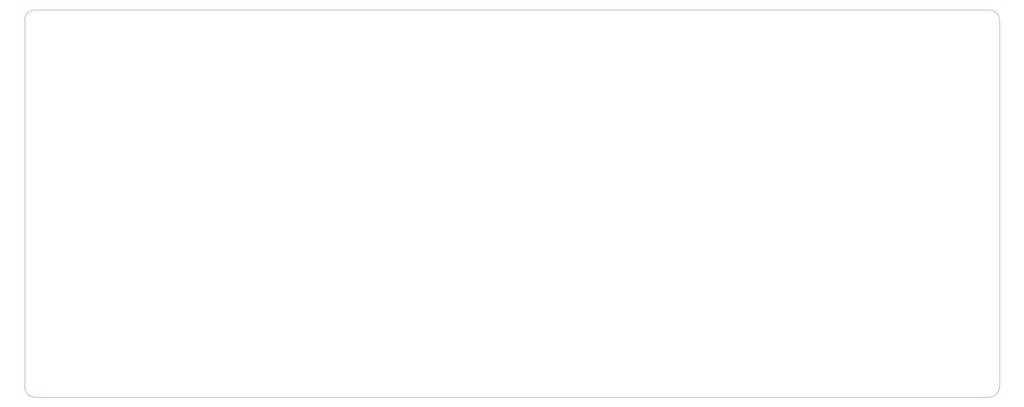
<source format=gm1>
%TF.GenerationSoftware,KiCad,Pcbnew,(6.0.9)*%
%TF.CreationDate,2023-02-22T02:05:46+05:30*%
%TF.ProjectId,Titan Keyboard,54697461-6e20-44b6-9579-626f6172642e,rev?*%
%TF.SameCoordinates,Original*%
%TF.FileFunction,Profile,NP*%
%FSLAX46Y46*%
G04 Gerber Fmt 4.6, Leading zero omitted, Abs format (unit mm)*
G04 Created by KiCad (PCBNEW (6.0.9)) date 2023-02-22 02:05:46*
%MOMM*%
%LPD*%
G01*
G04 APERTURE LIST*
%TA.AperFunction,Profile*%
%ADD10C,0.100000*%
%TD*%
G04 APERTURE END LIST*
D10*
X276224950Y-42862500D02*
G75*
G03*
X273843750Y-40481250I-2381250J0D01*
G01*
X273843750Y-133350000D02*
X45243750Y-133350000D01*
X42862500Y-130968750D02*
X42862500Y-42862500D01*
X45243750Y-40481250D02*
X273843750Y-40481250D01*
X276225000Y-42862500D02*
X276225000Y-130968750D01*
X42862500Y-130968750D02*
G75*
G03*
X45243750Y-133350000I2381300J50D01*
G01*
X45243750Y-40481200D02*
G75*
G03*
X42862500Y-42862500I50J-2381300D01*
G01*
X273843750Y-133350000D02*
G75*
G03*
X276225000Y-130968750I-50J2381300D01*
G01*
M02*

</source>
